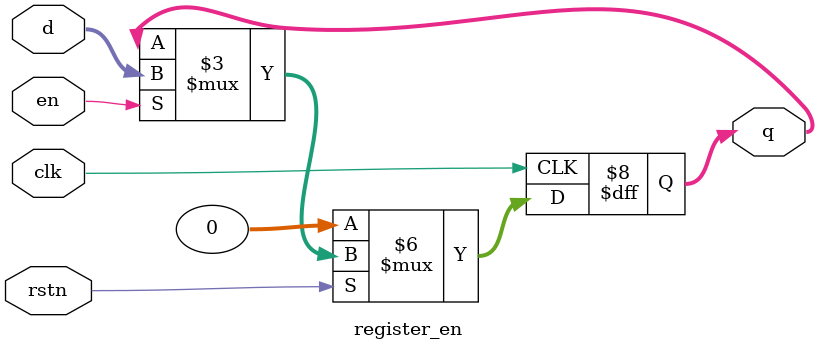
<source format=sv>
module register_en 
#(parameter DW = 32)
(
    input logic clk,
    input logic rstn,
    input logic en,
    input logic [DW-1:0]  d, 
    output logic [DW-1:0] q
);

always @ (posedge clk) begin
    if(~rstn)    q <= 0;
    else if (en) q <= d;
end

endmodule

</source>
